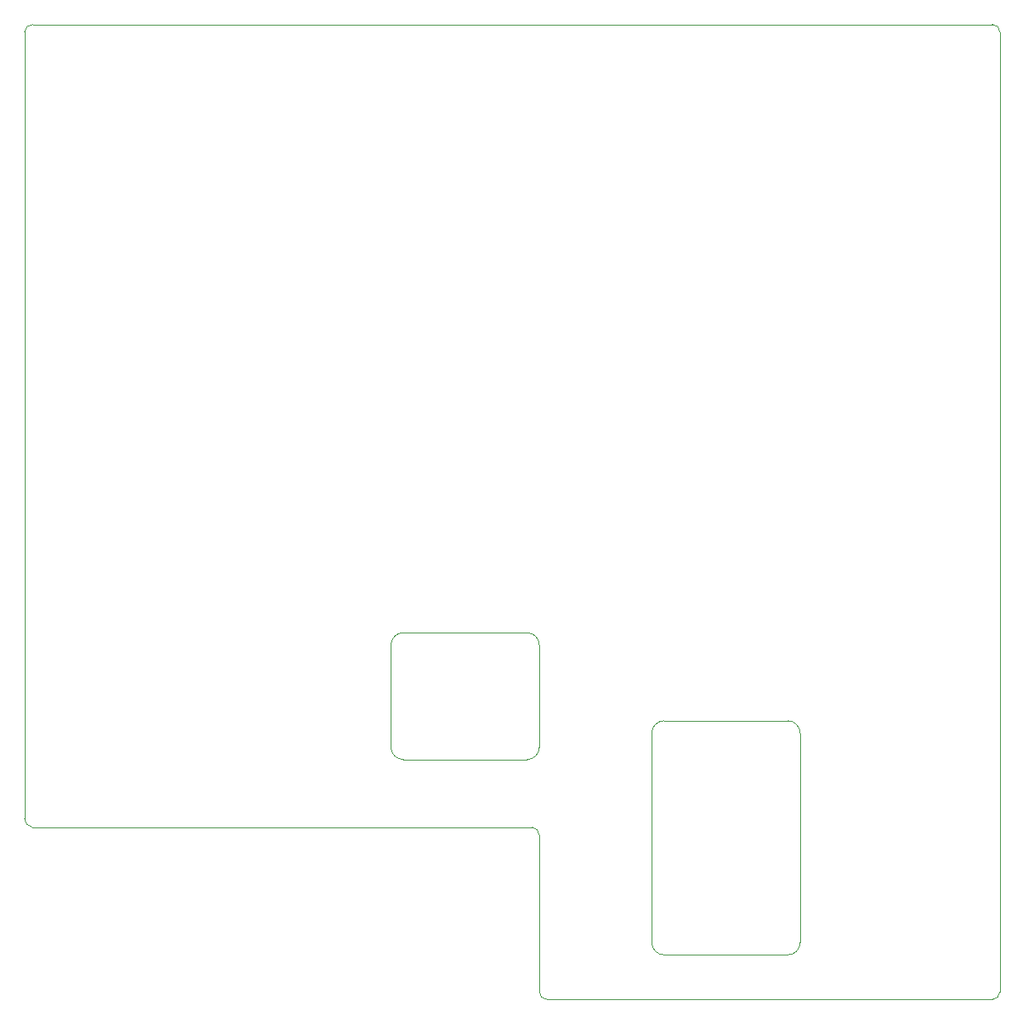
<source format=gm1>
%TF.GenerationSoftware,KiCad,Pcbnew,6.0.0-d3dd2cf0fa~116~ubuntu20.04.1*%
%TF.CreationDate,2022-03-15T23:07:46+01:00*%
%TF.ProjectId,arrow_deca_retro_cape,6172726f-775f-4646-9563-615f72657472,0.71*%
%TF.SameCoordinates,Original*%
%TF.FileFunction,Profile,NP*%
%FSLAX46Y46*%
G04 Gerber Fmt 4.6, Leading zero omitted, Abs format (unit mm)*
G04 Created by KiCad (PCBNEW 6.0.0-d3dd2cf0fa~116~ubuntu20.04.1) date 2022-03-15 23:07:46*
%MOMM*%
%LPD*%
G01*
G04 APERTURE LIST*
%TA.AperFunction,Profile*%
%ADD10C,0.050000*%
%TD*%
G04 APERTURE END LIST*
D10*
X161357174Y-111901974D02*
X148683148Y-111901974D01*
X120675987Y-104140000D02*
X120675987Y-114600000D01*
X134620013Y-115870000D02*
X121945987Y-115870000D01*
X148683148Y-111901974D02*
G75*
G03*
X147413148Y-113171974I-1J-1269999D01*
G01*
X120675987Y-114600000D02*
G75*
G03*
X121945987Y-115870000I1269999J-1D01*
G01*
X182341185Y-140462000D02*
G75*
G03*
X183103185Y-139700000I-1J762001D01*
G01*
X83870000Y-122795000D02*
X135128000Y-122799000D01*
X147413148Y-113171974D02*
X147413148Y-134631974D01*
X135890013Y-104140000D02*
X135890013Y-114600000D01*
X161357174Y-135901974D02*
G75*
G03*
X162627174Y-134631974I1J1269999D01*
G01*
X83970000Y-40499000D02*
X182341185Y-40499000D01*
X183103185Y-41261000D02*
G75*
G03*
X182341185Y-40499000I-762001J-1D01*
G01*
X135890013Y-104140000D02*
G75*
G03*
X134620013Y-102870000I-1269999J1D01*
G01*
X162627174Y-113171974D02*
G75*
G03*
X161357174Y-111901974I-1269999J1D01*
G01*
X162627174Y-113171974D02*
X162627174Y-134631974D01*
X161357174Y-135901974D02*
X148683148Y-135901974D01*
X135890000Y-123655188D02*
X135890000Y-139700000D01*
X135889999Y-123655188D02*
G75*
G03*
X135128000Y-122799000I-862019J-9D01*
G01*
X83970000Y-40499000D02*
G75*
G03*
X83120000Y-41249000I5J-856672D01*
G01*
X134620013Y-102870000D02*
X121945987Y-102870000D01*
X147413148Y-134631974D02*
G75*
G03*
X148683148Y-135901974I1269999J-1D01*
G01*
X182341185Y-140462000D02*
X136652000Y-140462000D01*
X183103185Y-41261000D02*
X183103185Y-139700000D01*
X135890000Y-139700000D02*
G75*
G03*
X136652000Y-140462000I762001J1D01*
G01*
X134620013Y-115870000D02*
G75*
G03*
X135890013Y-114600000I1J1269999D01*
G01*
X83120000Y-121945000D02*
G75*
G03*
X83870000Y-122795000I856672J5D01*
G01*
X121945987Y-102870000D02*
G75*
G03*
X120675987Y-104140000I-1J-1269999D01*
G01*
X83120000Y-41249000D02*
X83120000Y-121945000D01*
M02*

</source>
